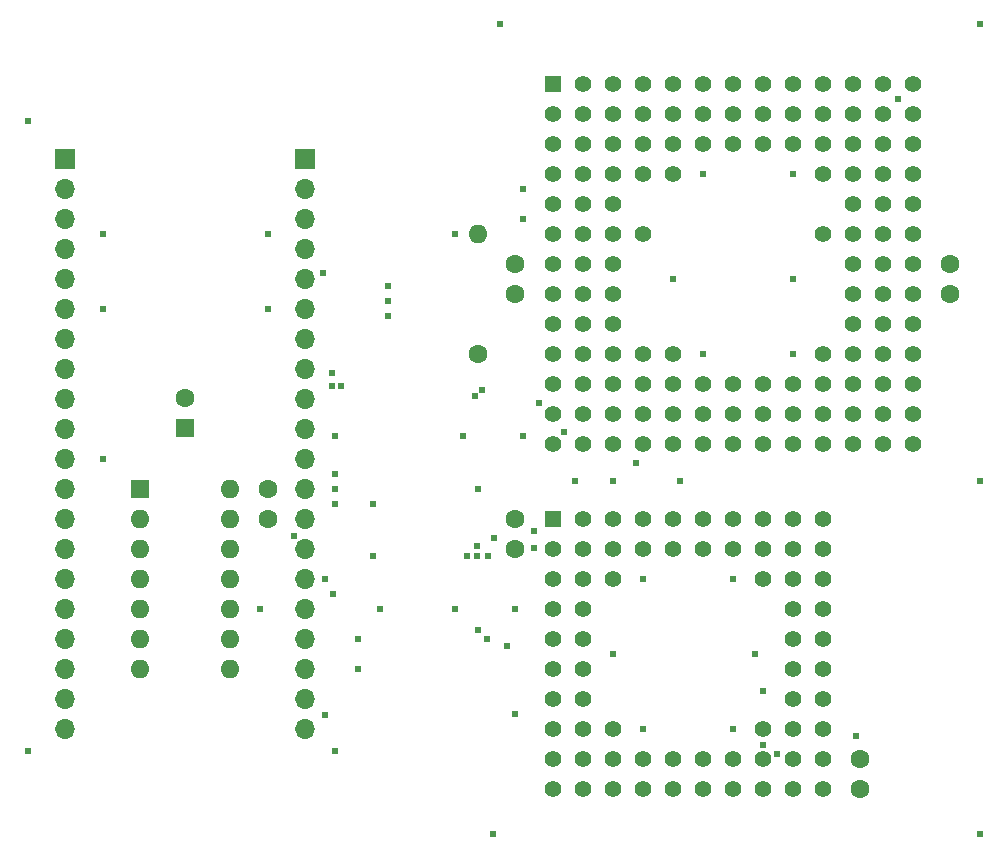
<source format=gbs>
G04 #@! TF.GenerationSoftware,KiCad,Pcbnew,(6.0.10-0)*
G04 #@! TF.CreationDate,2023-01-31T11:03:09+09:00*
G04 #@! TF.ProjectId,MEZ68030FPU,4d455a36-3830-4333-9046-50552e6b6963,A*
G04 #@! TF.SameCoordinates,PX5f5e100PY68e7780*
G04 #@! TF.FileFunction,Soldermask,Bot*
G04 #@! TF.FilePolarity,Negative*
%FSLAX46Y46*%
G04 Gerber Fmt 4.6, Leading zero omitted, Abs format (unit mm)*
G04 Created by KiCad (PCBNEW (6.0.10-0)) date 2023-01-31 11:03:09*
%MOMM*%
%LPD*%
G01*
G04 APERTURE LIST*
%ADD10C,1.600000*%
%ADD11R,1.397000X1.397000*%
%ADD12C,1.397000*%
%ADD13O,1.600000X1.600000*%
%ADD14R,1.600000X1.600000*%
%ADD15R,1.700000X1.700000*%
%ADD16O,1.700000X1.700000*%
%ADD17C,0.605000*%
G04 APERTURE END LIST*
D10*
X42545000Y49510000D03*
X42545000Y47010000D03*
D11*
X45720000Y64770000D03*
D12*
X48260000Y64770000D03*
X50800000Y64770000D03*
X53340000Y64770000D03*
X55880000Y64770000D03*
X58420000Y64770000D03*
X60960000Y64770000D03*
X63500000Y64770000D03*
X66040000Y64770000D03*
X68580000Y64770000D03*
X71120000Y64770000D03*
X73660000Y64770000D03*
X76200000Y64770000D03*
X45720000Y62230000D03*
X48260000Y62230000D03*
X50800000Y62230000D03*
X53340000Y62230000D03*
X55880000Y62230000D03*
X58420000Y62230000D03*
X60960000Y62230000D03*
X63500000Y62230000D03*
X66040000Y62230000D03*
X68580000Y62230000D03*
X71120000Y62230000D03*
X73660000Y62230000D03*
X76200000Y62230000D03*
X45720000Y59690000D03*
X48260000Y59690000D03*
X50800000Y59690000D03*
X53340000Y59690000D03*
X55880000Y59690000D03*
X58420000Y59690000D03*
X60960000Y59690000D03*
X63500000Y59690000D03*
X66040000Y59690000D03*
X68580000Y59690000D03*
X71120000Y59690000D03*
X73660000Y59690000D03*
X76200000Y59690000D03*
X45720000Y57150000D03*
X48260000Y57150000D03*
X50800000Y57150000D03*
X53340000Y57150000D03*
X55880000Y57150000D03*
X68580000Y57150000D03*
X71120000Y57150000D03*
X73660000Y57150000D03*
X76200000Y57150000D03*
X45720000Y54610000D03*
X48260000Y54610000D03*
X50800000Y54610000D03*
X71120000Y54610000D03*
X73660000Y54610000D03*
X76200000Y54610000D03*
X45720000Y52070000D03*
X48260000Y52070000D03*
X50800000Y52070000D03*
X53340000Y52070000D03*
X68580000Y52070000D03*
X71120000Y52070000D03*
X73660000Y52070000D03*
X76200000Y52070000D03*
X45720000Y49530000D03*
X48260000Y49530000D03*
X50800000Y49530000D03*
X71120000Y49530000D03*
X73660000Y49530000D03*
X76200000Y49530000D03*
X45720000Y46990000D03*
X48260000Y46990000D03*
X50800000Y46990000D03*
X71120000Y46990000D03*
X73660000Y46990000D03*
X76200000Y46990000D03*
X45720000Y44450000D03*
X48260000Y44450000D03*
X50800000Y44450000D03*
X71120000Y44450000D03*
X73660000Y44450000D03*
X76200000Y44450000D03*
X45720000Y41910000D03*
X48260000Y41910000D03*
X50800000Y41910000D03*
X53340000Y41910000D03*
X55880000Y41910000D03*
X68580000Y41910000D03*
X71120000Y41910000D03*
X73660000Y41910000D03*
X76200000Y41910000D03*
X45720000Y39370000D03*
X48260000Y39370000D03*
X50800000Y39370000D03*
X53340000Y39370000D03*
X55880000Y39370000D03*
X58420000Y39370000D03*
X60960000Y39370000D03*
X63500000Y39370000D03*
X66040000Y39370000D03*
X68580000Y39370000D03*
X71120000Y39370000D03*
X73660000Y39370000D03*
X76200000Y39370000D03*
X45720000Y36830000D03*
X48260000Y36830000D03*
X50800000Y36830000D03*
X53340000Y36830000D03*
X55880000Y36830000D03*
X58420000Y36830000D03*
X60960000Y36830000D03*
X63500000Y36830000D03*
X66040000Y36830000D03*
X68580000Y36830000D03*
X71120000Y36830000D03*
X73660000Y36830000D03*
X76200000Y36830000D03*
X45720000Y34290000D03*
X48260000Y34290000D03*
X50800000Y34290000D03*
X53340000Y34290000D03*
X55880000Y34290000D03*
X58420000Y34290000D03*
X60960000Y34290000D03*
X63500000Y34290000D03*
X66040000Y34290000D03*
X68580000Y34290000D03*
X71120000Y34290000D03*
X73660000Y34290000D03*
X76200000Y34290000D03*
D10*
X71755000Y7600000D03*
X71755000Y5100000D03*
X39370000Y41910000D03*
D13*
X39370000Y52070000D03*
D11*
X45720000Y27940000D03*
D12*
X48260000Y27940000D03*
X50800000Y27940000D03*
X53340000Y27940000D03*
X55880000Y27940000D03*
X58420000Y27940000D03*
X60960000Y27940000D03*
X63500000Y27940000D03*
X66040000Y27940000D03*
X68580000Y27940000D03*
X45720000Y25400000D03*
X48260000Y25400000D03*
X50800000Y25400000D03*
X53340000Y25400000D03*
X55880000Y25400000D03*
X58420000Y25400000D03*
X60960000Y25400000D03*
X63500000Y25400000D03*
X66040000Y25400000D03*
X68580000Y25400000D03*
X45720000Y22860000D03*
X48260000Y22860000D03*
X50800000Y22860000D03*
X63500000Y22860000D03*
X66040000Y22860000D03*
X68580000Y22860000D03*
X45720000Y20320000D03*
X48260000Y20320000D03*
X66040000Y20320000D03*
X68580000Y20320000D03*
X45720000Y17780000D03*
X48260000Y17780000D03*
X66040000Y17780000D03*
X68580000Y17780000D03*
X45720000Y15240000D03*
X48260000Y15240000D03*
X66040000Y15240000D03*
X68580000Y15240000D03*
X45720000Y12700000D03*
X48260000Y12700000D03*
X66040000Y12700000D03*
X68580000Y12700000D03*
X45720000Y10160000D03*
X48260000Y10160000D03*
X50800000Y10160000D03*
X63500000Y10160000D03*
X66040000Y10160000D03*
X68580000Y10160000D03*
X45720000Y7620000D03*
X48260000Y7620000D03*
X50800000Y7620000D03*
X53340000Y7620000D03*
X55880000Y7620000D03*
X58420000Y7620000D03*
X60960000Y7620000D03*
X63500000Y7620000D03*
X66040000Y7620000D03*
X68580000Y7620000D03*
X45720000Y5080000D03*
X48260000Y5080000D03*
X50800000Y5080000D03*
X53340000Y5080000D03*
X55880000Y5080000D03*
X58420000Y5080000D03*
X60960000Y5080000D03*
X63500000Y5080000D03*
X66040000Y5080000D03*
X68580000Y5080000D03*
D10*
X42545000Y27940000D03*
X42545000Y25440000D03*
D14*
X10795000Y30485000D03*
D13*
X10795000Y27945000D03*
X10795000Y25405000D03*
X10795000Y22865000D03*
X10795000Y20325000D03*
X10795000Y17785000D03*
X10795000Y15245000D03*
X18415000Y15245000D03*
X18415000Y17785000D03*
X18415000Y20325000D03*
X18415000Y22865000D03*
X18415000Y25405000D03*
X18415000Y27945000D03*
X18415000Y30485000D03*
D10*
X21590000Y27940000D03*
X21590000Y30440000D03*
X79395000Y49510000D03*
X79395000Y47010000D03*
D14*
X14605000Y35647620D03*
D10*
X14605000Y38147620D03*
D15*
X24765000Y58420000D03*
D16*
X24765000Y55880000D03*
X24765000Y53340000D03*
X24765000Y50800000D03*
X24765000Y48260000D03*
X24765000Y45720000D03*
X24765000Y43180000D03*
X24765000Y40640000D03*
X24765000Y38100000D03*
X24765000Y35560000D03*
X24765000Y33020000D03*
X24765000Y30480000D03*
X24765000Y27940000D03*
X24765000Y25400000D03*
X24765000Y22860000D03*
X24765000Y20320000D03*
X24765000Y17780000D03*
X24765000Y15240000D03*
X24765000Y12700000D03*
X24765000Y10160000D03*
D15*
X4445000Y58415000D03*
D16*
X4445000Y55875000D03*
X4445000Y53335000D03*
X4445000Y50795000D03*
X4445000Y48255000D03*
X4445000Y45715000D03*
X4445000Y43175000D03*
X4445000Y40635000D03*
X4445000Y38095000D03*
X4445000Y35555000D03*
X4445000Y33015000D03*
X4445000Y30475000D03*
X4445000Y27935000D03*
X4445000Y25395000D03*
X4445000Y22855000D03*
X4445000Y20315000D03*
X4445000Y17775000D03*
X4445000Y15235000D03*
X4445000Y12695000D03*
X4445000Y10155000D03*
D17*
X81915000Y31115000D03*
X31115000Y20320000D03*
X7620000Y52070000D03*
X43180000Y34925000D03*
X27305000Y29210000D03*
X21590000Y45720000D03*
X31750000Y46355000D03*
X29210000Y17780000D03*
X27305000Y8255000D03*
X1270000Y61595000D03*
X50800000Y31115000D03*
X66040000Y57150000D03*
X58420000Y57150000D03*
X27305000Y34925000D03*
X39370000Y30480000D03*
X31750000Y47625000D03*
X43180000Y53340000D03*
X20955000Y20320000D03*
X53340000Y22860000D03*
X60960000Y22860000D03*
X56515000Y31115000D03*
X62865000Y16510000D03*
X58420000Y41910000D03*
X7620000Y33020000D03*
X74930000Y63500000D03*
X41275000Y69850000D03*
X29210000Y15240000D03*
X50800000Y16510000D03*
X81915000Y69850000D03*
X42545000Y20320000D03*
X47625000Y31115000D03*
X60960000Y10160000D03*
X31750000Y45085000D03*
X43180000Y55880000D03*
X30480000Y24765000D03*
X53340000Y10160000D03*
X1270000Y8255000D03*
X66040000Y41910000D03*
X37465000Y52070000D03*
X81915000Y1270000D03*
X30480000Y29210000D03*
X66040000Y48260000D03*
X55880000Y48260000D03*
X38100000Y34925000D03*
X40640000Y1270000D03*
X37465000Y20320000D03*
X27305000Y30480000D03*
X27305000Y31750000D03*
X21590000Y52070000D03*
X7620000Y45720000D03*
X42545000Y11430000D03*
X71379809Y9530809D03*
X27797243Y39225200D03*
X44575100Y37789700D03*
X27033700Y39225700D03*
X26425300Y11312300D03*
X44172900Y26924000D03*
X63522700Y13343800D03*
X63500000Y8816100D03*
X40767000Y26289000D03*
X64694146Y8021881D03*
X40259000Y24765000D03*
X40132000Y17802600D03*
X26289000Y48790600D03*
X39348700Y25662000D03*
X39363746Y24768688D03*
X39370000Y18542000D03*
X46662800Y35272200D03*
X27142500Y21554500D03*
X38481000Y24765000D03*
X27051000Y40287400D03*
X41852309Y17226000D03*
X39116000Y38354000D03*
X26416000Y22860000D03*
X39751000Y38862000D03*
X52806800Y32714252D03*
X23860400Y26519500D03*
X44162158Y25512358D03*
M02*

</source>
